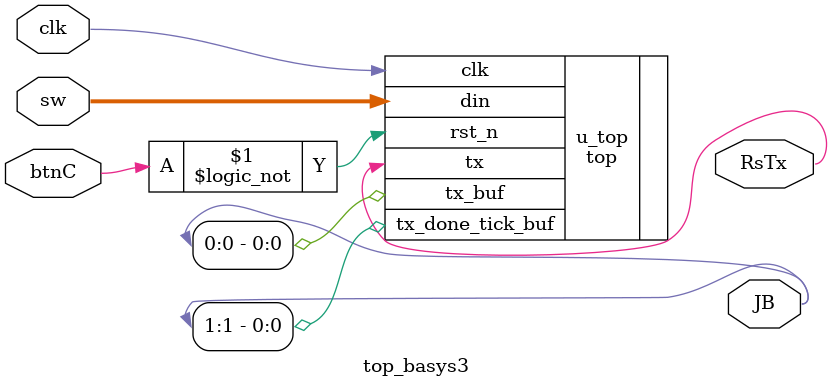
<source format=sv>
module top_basys3 (
    input wire clk,
    input wire btnC,
    input wire [7:0] sw,
    output wire RsTx,
    output wire [1:0] JB
);

top u_top(
    .clk(clk),
    .rst_n(!btnC),
    .din(sw),
    .tx(RsTx),
    .tx_buf(JB[0]),
    .tx_done_tick_buf(JB[1])
);

endmodule

</source>
